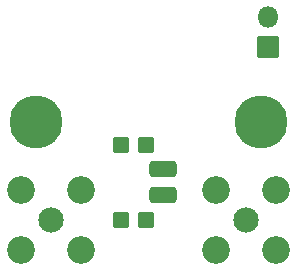
<source format=gbr>
%TF.GenerationSoftware,KiCad,Pcbnew,7.0.11-7.0.11~ubuntu22.04.1*%
%TF.CreationDate,2025-05-22T12:56:19-05:00*%
%TF.ProjectId,hf_bias_tee,68665f62-6961-4735-9f74-65652e6b6963,-*%
%TF.SameCoordinates,Original*%
%TF.FileFunction,Soldermask,Top*%
%TF.FilePolarity,Negative*%
%FSLAX46Y46*%
G04 Gerber Fmt 4.6, Leading zero omitted, Abs format (unit mm)*
G04 Created by KiCad (PCBNEW 7.0.11-7.0.11~ubuntu22.04.1) date 2025-05-22 12:56:19*
%MOMM*%
%LPD*%
G01*
G04 APERTURE LIST*
G04 Aperture macros list*
%AMRoundRect*
0 Rectangle with rounded corners*
0 $1 Rounding radius*
0 $2 $3 $4 $5 $6 $7 $8 $9 X,Y pos of 4 corners*
0 Add a 4 corners polygon primitive as box body*
4,1,4,$2,$3,$4,$5,$6,$7,$8,$9,$2,$3,0*
0 Add four circle primitives for the rounded corners*
1,1,$1+$1,$2,$3*
1,1,$1+$1,$4,$5*
1,1,$1+$1,$6,$7*
1,1,$1+$1,$8,$9*
0 Add four rect primitives between the rounded corners*
20,1,$1+$1,$2,$3,$4,$5,0*
20,1,$1+$1,$4,$5,$6,$7,0*
20,1,$1+$1,$6,$7,$8,$9,0*
20,1,$1+$1,$8,$9,$2,$3,0*%
G04 Aperture macros list end*
%ADD10RoundRect,0.050000X0.600000X0.600000X-0.600000X0.600000X-0.600000X-0.600000X0.600000X-0.600000X0*%
%ADD11C,2.150000*%
%ADD12C,2.350000*%
%ADD13RoundRect,0.050000X0.850000X0.850000X-0.850000X0.850000X-0.850000X-0.850000X0.850000X-0.850000X0*%
%ADD14O,1.800000X1.800000*%
%ADD15RoundRect,0.270000X-0.880000X0.405000X-0.880000X-0.405000X0.880000X-0.405000X0.880000X0.405000X0*%
%ADD16C,0.800000*%
%ADD17C,4.500000*%
G04 APERTURE END LIST*
D10*
%TO.C,C1*%
X133130000Y-103505000D03*
X131030000Y-103505000D03*
%TD*%
%TO.C,C2*%
X133130000Y-97155000D03*
X131030000Y-97155000D03*
%TD*%
D11*
%TO.C,J1*%
X125095000Y-103505000D03*
D12*
X122555000Y-100965000D03*
X122555000Y-106045000D03*
X127635000Y-100965000D03*
X127635000Y-106045000D03*
%TD*%
D11*
%TO.C,J2*%
X141605000Y-103505000D03*
D12*
X139065000Y-100965000D03*
X139065000Y-106045000D03*
X144145000Y-100965000D03*
X144145000Y-106045000D03*
%TD*%
D13*
%TO.C,J4*%
X143510000Y-88900000D03*
D14*
X143510000Y-86360000D03*
%TD*%
D15*
%TO.C,L1*%
X134620000Y-99255000D03*
X134620000Y-101405000D03*
%TD*%
D16*
%TO.C,H1*%
X122175000Y-95250000D03*
X122658274Y-94083274D03*
X122658274Y-96416726D03*
X123825000Y-93600000D03*
D17*
X123825000Y-95250000D03*
D16*
X123825000Y-96900000D03*
X124991726Y-94083274D03*
X124991726Y-96416726D03*
X125475000Y-95250000D03*
%TD*%
%TO.C,H2*%
X141225000Y-95250000D03*
X141708274Y-94083274D03*
X141708274Y-96416726D03*
X142875000Y-93600000D03*
D17*
X142875000Y-95250000D03*
D16*
X142875000Y-96900000D03*
X144041726Y-94083274D03*
X144041726Y-96416726D03*
X144525000Y-95250000D03*
%TD*%
M02*

</source>
